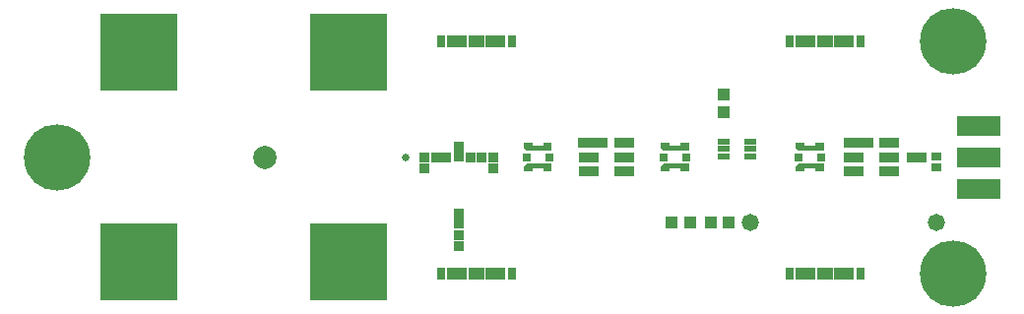
<source format=gts>
G04*
G04 #@! TF.GenerationSoftware,Altium Limited,Altium Designer,24.9.1 (31)*
G04*
G04 Layer_Color=8388736*
%FSLAX25Y25*%
%MOIN*%
G70*
G04*
G04 #@! TF.SameCoordinates,D730F02F-FD74-4FC1-B03C-3973BC9D0968*
G04*
G04*
G04 #@! TF.FilePolarity,Negative*
G04*
G01*
G75*
%ADD15R,0.05524X0.04343*%
%ADD16R,0.06706X0.04343*%
%ADD17R,0.03162X0.04343*%
%ADD18R,0.26391X0.26391*%
%ADD19R,0.02690X0.02769*%
%ADD20R,0.04147X0.02375*%
%ADD21R,0.03674X0.02808*%
%ADD22R,0.03398X0.03241*%
%ADD23R,0.03241X0.03398*%
%ADD24R,0.07099X0.03359*%
%ADD25R,0.10052X0.03359*%
%ADD26R,0.14580X0.06706*%
%ADD27R,0.04343X0.04147*%
%ADD28R,0.03950X0.03950*%
%ADD29R,0.04147X0.04343*%
%ADD30C,0.07887*%
%ADD31C,0.22453*%
%ADD32C,0.05800*%
%ADD33C,0.02572*%
G36*
X275197Y61339D02*
X266587D01*
X265748Y62174D01*
Y63976D01*
X268701D01*
Y62992D01*
X272244D01*
Y63976D01*
X275197D01*
Y61339D01*
D02*
G37*
G36*
X183071D02*
X174461D01*
X173622Y62174D01*
Y63976D01*
X176575D01*
Y62992D01*
X180118D01*
Y63976D01*
X183071D01*
Y61339D01*
D02*
G37*
G36*
X229528Y61339D02*
X220917D01*
X220079Y62174D01*
Y63976D01*
X223031D01*
Y62992D01*
X226575D01*
Y63976D01*
X229528D01*
Y61339D01*
D02*
G37*
G36*
X275197Y54134D02*
X272244D01*
Y55118D01*
X268701D01*
Y54134D01*
X265748D01*
Y55937D01*
X266587Y56772D01*
X275197D01*
Y54134D01*
D02*
G37*
G36*
X183071D02*
X180118D01*
Y55118D01*
X176575D01*
Y54134D01*
X173622D01*
Y55937D01*
X174461Y56772D01*
X183071D01*
Y54134D01*
D02*
G37*
G36*
X229528Y54134D02*
X226575D01*
Y55118D01*
X223031D01*
Y54134D01*
X220079D01*
Y55937D01*
X220917Y56772D01*
X229528D01*
Y54134D01*
D02*
G37*
D15*
X157480Y98425D02*
D03*
X275590D02*
D03*
Y19685D02*
D03*
X157480D02*
D03*
D16*
X163976Y98425D02*
D03*
X150984D02*
D03*
X282087D02*
D03*
X269094D02*
D03*
X282087Y19685D02*
D03*
X269094D02*
D03*
X163976D02*
D03*
X150984D02*
D03*
D17*
X169488Y98425D02*
D03*
X145472D02*
D03*
X287598D02*
D03*
X263583D02*
D03*
X287598Y19685D02*
D03*
X263583D02*
D03*
X169488D02*
D03*
X145472D02*
D03*
D18*
X114173Y94488D02*
D03*
Y23622D02*
D03*
X43307Y94488D02*
D03*
Y23622D02*
D03*
D19*
X182126Y59055D02*
D03*
X174567D02*
D03*
X274252D02*
D03*
X266693D02*
D03*
X221024Y59055D02*
D03*
X228583D02*
D03*
D20*
X250197Y59252D02*
D03*
Y61811D02*
D03*
Y64370D02*
D03*
X241339Y59252D02*
D03*
Y61811D02*
D03*
Y64370D02*
D03*
D21*
X313386Y59134D02*
D03*
Y55512D02*
D03*
D22*
X308425Y59055D02*
D03*
X304961D02*
D03*
X155748Y59055D02*
D03*
X159213D02*
D03*
X143937D02*
D03*
X147402D02*
D03*
D23*
X163386Y58819D02*
D03*
Y55354D02*
D03*
X151575Y62756D02*
D03*
Y59291D02*
D03*
Y36614D02*
D03*
Y40079D02*
D03*
Y28976D02*
D03*
Y32441D02*
D03*
X139764Y58819D02*
D03*
Y55354D02*
D03*
D24*
X195571Y59055D02*
D03*
Y54331D02*
D03*
X207579D02*
D03*
Y59055D02*
D03*
Y63779D02*
D03*
X285335Y59055D02*
D03*
Y54331D02*
D03*
X297342D02*
D03*
Y59055D02*
D03*
Y63779D02*
D03*
D25*
X197047D02*
D03*
X286811D02*
D03*
D26*
X327559Y59055D02*
D03*
Y48425D02*
D03*
Y69685D02*
D03*
D27*
X241339Y74213D02*
D03*
Y80315D02*
D03*
D28*
X223760Y36957D02*
D03*
X230059D02*
D03*
D29*
X242961D02*
D03*
X236858D02*
D03*
D30*
X85827Y59055D02*
D03*
D31*
X318898Y19685D02*
D03*
Y98425D02*
D03*
X15748Y59055D02*
D03*
D32*
X313386Y37008D02*
D03*
X250394D02*
D03*
D33*
X133465Y59055D02*
D03*
M02*

</source>
